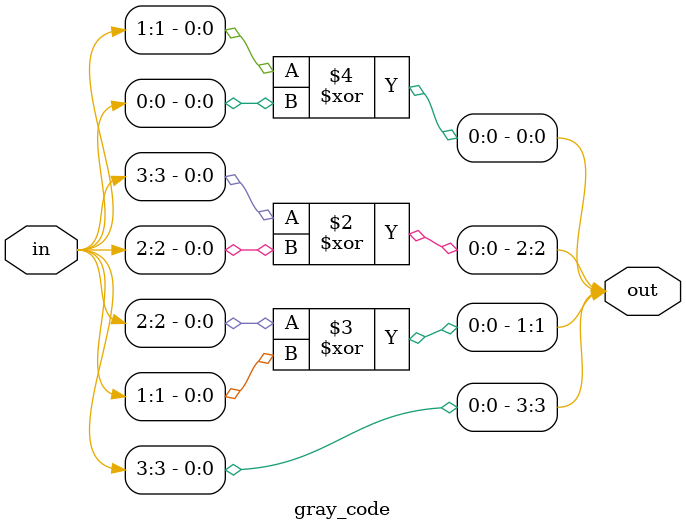
<source format=v>
module gray_code (
    input [3:0] in,
    output reg [3:0] out
);

    always @ (in) begin
        out[3] = in[3];
        out[2] = in[3] ^ in[2];
        out[1] = in[2] ^ in[1];
        out[0] = in[1] ^ in[0];
    end

endmodule
</source>
